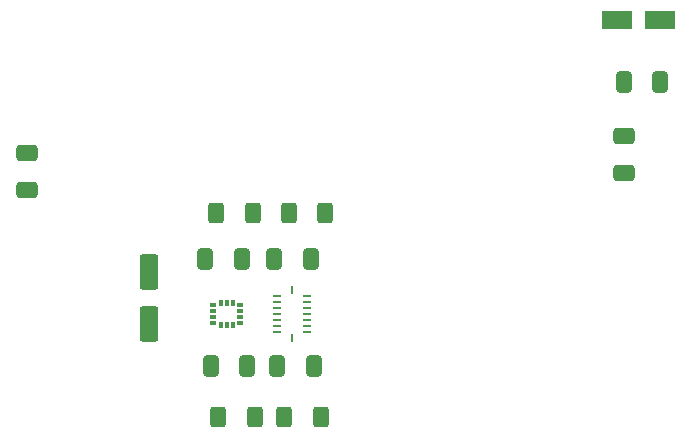
<source format=gbr>
%TF.GenerationSoftware,KiCad,Pcbnew,9.0.6*%
%TF.CreationDate,2026-01-19T06:48:40-03:00*%
%TF.ProjectId,control_dron_v5,636f6e74-726f-46c5-9f64-726f6e5f7635,rev?*%
%TF.SameCoordinates,Original*%
%TF.FileFunction,Paste,Top*%
%TF.FilePolarity,Positive*%
%FSLAX46Y46*%
G04 Gerber Fmt 4.6, Leading zero omitted, Abs format (unit mm)*
G04 Created by KiCad (PCBNEW 9.0.6) date 2026-01-19 06:48:40*
%MOMM*%
%LPD*%
G01*
G04 APERTURE LIST*
G04 Aperture macros list*
%AMRoundRect*
0 Rectangle with rounded corners*
0 $1 Rounding radius*
0 $2 $3 $4 $5 $6 $7 $8 $9 X,Y pos of 4 corners*
0 Add a 4 corners polygon primitive as box body*
4,1,4,$2,$3,$4,$5,$6,$7,$8,$9,$2,$3,0*
0 Add four circle primitives for the rounded corners*
1,1,$1+$1,$2,$3*
1,1,$1+$1,$4,$5*
1,1,$1+$1,$6,$7*
1,1,$1+$1,$8,$9*
0 Add four rect primitives between the rounded corners*
20,1,$1+$1,$2,$3,$4,$5,0*
20,1,$1+$1,$4,$5,$6,$7,0*
20,1,$1+$1,$6,$7,$8,$9,0*
20,1,$1+$1,$8,$9,$2,$3,0*%
G04 Aperture macros list end*
%ADD10RoundRect,0.250000X0.650000X-0.412500X0.650000X0.412500X-0.650000X0.412500X-0.650000X-0.412500X0*%
%ADD11R,0.600000X0.300000*%
%ADD12R,0.300000X0.600000*%
%ADD13RoundRect,0.250000X0.412500X0.650000X-0.412500X0.650000X-0.412500X-0.650000X0.412500X-0.650000X0*%
%ADD14RoundRect,0.062500X0.275000X-0.062500X0.275000X0.062500X-0.275000X0.062500X-0.275000X-0.062500X0*%
%ADD15RoundRect,0.062500X0.062500X-0.275000X0.062500X0.275000X-0.062500X0.275000X-0.062500X-0.275000X0*%
%ADD16RoundRect,0.250000X-0.400000X-0.625000X0.400000X-0.625000X0.400000X0.625000X-0.400000X0.625000X0*%
%ADD17RoundRect,0.250000X-0.550000X1.250000X-0.550000X-1.250000X0.550000X-1.250000X0.550000X1.250000X0*%
%ADD18RoundRect,0.250000X-0.650000X0.412500X-0.650000X-0.412500X0.650000X-0.412500X0.650000X0.412500X0*%
%ADD19RoundRect,0.250000X-0.412500X-0.650000X0.412500X-0.650000X0.412500X0.650000X-0.412500X0.650000X0*%
%ADD20RoundRect,0.250000X1.050000X0.550000X-1.050000X0.550000X-1.050000X-0.550000X1.050000X-0.550000X0*%
G04 APERTURE END LIST*
D10*
%TO.C,C1*%
X171380000Y-63892500D03*
X171380000Y-60767500D03*
%TD*%
D11*
%TO.C,AC1*%
X138877295Y-76562521D03*
X138877295Y-76062521D03*
X138877295Y-75562521D03*
X138877295Y-75062521D03*
D12*
X138227295Y-74912521D03*
X137727295Y-74912521D03*
X137227295Y-74912521D03*
D11*
X136577295Y-75062521D03*
X136577295Y-75562521D03*
X136577295Y-76062521D03*
X136577295Y-76562521D03*
D12*
X137227295Y-76712521D03*
X137727295Y-76712521D03*
X138227295Y-76712521D03*
%TD*%
D13*
%TO.C,C7*%
X145106056Y-80230000D03*
X141981056Y-80230000D03*
%TD*%
D14*
%TO.C,U2*%
X141968556Y-77312521D03*
X141968556Y-76812521D03*
X141968556Y-76312521D03*
X141968556Y-75812521D03*
X141968556Y-75312521D03*
X141968556Y-74812521D03*
X141968556Y-74312521D03*
D15*
X143231056Y-73800021D03*
D14*
X144493556Y-74312521D03*
X144493556Y-74812521D03*
X144493556Y-75312521D03*
X144493556Y-75812521D03*
X144493556Y-76312521D03*
X144493556Y-76812521D03*
X144493556Y-77312521D03*
D15*
X143231056Y-77825021D03*
%TD*%
D13*
%TO.C,C13*%
X139482500Y-80230000D03*
X136357500Y-80230000D03*
%TD*%
D16*
%TO.C,R2*%
X142960000Y-67300000D03*
X146060000Y-67300000D03*
%TD*%
D17*
%TO.C,C14*%
X131160000Y-72280000D03*
X131160000Y-76680000D03*
%TD*%
D16*
%TO.C,R1*%
X136850000Y-67300000D03*
X139950000Y-67300000D03*
%TD*%
D18*
%TO.C,C3*%
X120825000Y-62162500D03*
X120825000Y-65287500D03*
%TD*%
D13*
%TO.C,C2*%
X174452500Y-56191879D03*
X171327500Y-56191879D03*
%TD*%
D16*
%TO.C,R9*%
X142590000Y-84550000D03*
X145690000Y-84550000D03*
%TD*%
%TO.C,R10*%
X137020000Y-84550000D03*
X140120000Y-84550000D03*
%TD*%
D19*
%TO.C,C11*%
X141711056Y-71192521D03*
X144836056Y-71192521D03*
%TD*%
D20*
%TO.C,C5*%
X174376006Y-50901879D03*
X170776006Y-50901879D03*
%TD*%
D19*
%TO.C,C12*%
X135897500Y-71192521D03*
X139022500Y-71192521D03*
%TD*%
M02*

</source>
